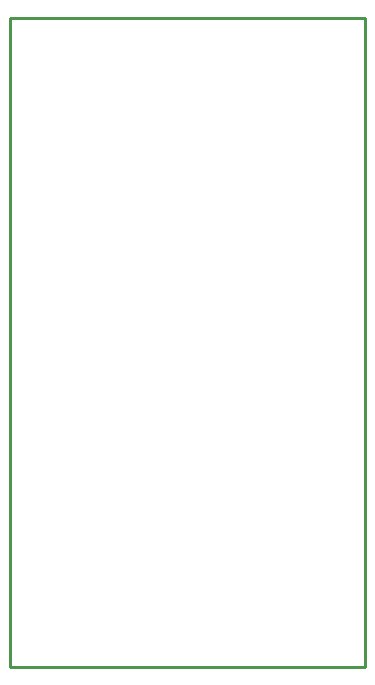
<source format=gko>
G04 Layer: BoardOutline*
G04 EasyEDA v6.4.25, 2022-02-05T13:35:09+01:00*
G04 1f559c24abfb2adb4286a3190d27404d,956263b731bf459f90372ec277b1d7cd,10*
G04 Gerber Generator version 0.2*
G04 Scale: 100 percent, Rotated: No, Reflected: No *
G04 Dimensions in millimeters *
G04 leading zeros omitted , absolute positions ,4 integer and 5 decimal *
%FSLAX45Y45*%
%MOMM*%

%ADD10C,0.2540*%
D10*
X0Y0D02*
G01*
X2999999Y0D01*
X2999999Y-5499999D01*
X0Y-5499999D01*
X0Y0D01*

%LPD*%
M02*

</source>
